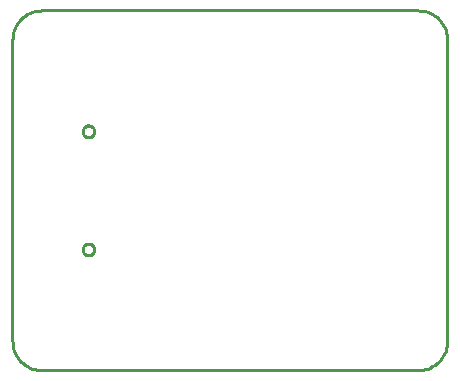
<source format=gbr>
G04 EAGLE Gerber RS-274X export*
G75*
%MOMM*%
%FSLAX34Y34*%
%LPD*%
%IN*%
%IPPOS*%
%AMOC8*
5,1,8,0,0,1.08239X$1,22.5*%
G01*
%ADD10C,0.254000*%


D10*
X0Y25400D02*
X97Y23186D01*
X386Y20989D01*
X865Y18826D01*
X1532Y16713D01*
X2380Y14666D01*
X3403Y12700D01*
X4594Y10831D01*
X5942Y9073D01*
X7440Y7440D01*
X9073Y5942D01*
X10831Y4594D01*
X12700Y3403D01*
X14666Y2380D01*
X16713Y1532D01*
X18826Y865D01*
X20989Y386D01*
X23186Y97D01*
X25400Y0D01*
X342900Y0D01*
X345114Y97D01*
X347311Y386D01*
X349474Y865D01*
X351587Y1532D01*
X353635Y2380D01*
X355600Y3403D01*
X357469Y4594D01*
X359227Y5942D01*
X360861Y7440D01*
X362358Y9073D01*
X363706Y10831D01*
X364897Y12700D01*
X365920Y14666D01*
X366768Y16713D01*
X367435Y18826D01*
X367914Y20989D01*
X368203Y23186D01*
X368300Y25400D01*
X368300Y279400D01*
X368203Y281614D01*
X367914Y283811D01*
X367435Y285974D01*
X366768Y288087D01*
X365920Y290135D01*
X364897Y292100D01*
X363706Y293969D01*
X362358Y295727D01*
X360861Y297361D01*
X359227Y298858D01*
X357469Y300206D01*
X355600Y301397D01*
X353635Y302420D01*
X351587Y303268D01*
X349474Y303935D01*
X347311Y304414D01*
X345114Y304703D01*
X342900Y304800D01*
X25400Y304800D01*
X23186Y304703D01*
X20989Y304414D01*
X18826Y303935D01*
X16713Y303268D01*
X14666Y302420D01*
X12700Y301397D01*
X10831Y300206D01*
X9073Y298858D01*
X7440Y297361D01*
X5942Y295727D01*
X4594Y293969D01*
X3403Y292100D01*
X2380Y290135D01*
X1532Y288087D01*
X865Y285974D01*
X386Y283811D01*
X97Y281614D01*
X0Y279400D01*
X0Y25400D01*
X64029Y107400D02*
X63471Y107337D01*
X62924Y107212D01*
X62394Y107027D01*
X61888Y106783D01*
X61412Y106484D01*
X60973Y106134D01*
X60576Y105737D01*
X60226Y105298D01*
X59927Y104822D01*
X59683Y104316D01*
X59498Y103786D01*
X59373Y103239D01*
X59310Y102681D01*
X59310Y102119D01*
X59373Y101561D01*
X59498Y101014D01*
X59683Y100484D01*
X59927Y99978D01*
X60226Y99502D01*
X60576Y99063D01*
X60973Y98666D01*
X61412Y98316D01*
X61888Y98017D01*
X62394Y97773D01*
X62924Y97588D01*
X63471Y97463D01*
X64029Y97400D01*
X64591Y97400D01*
X65149Y97463D01*
X65696Y97588D01*
X66226Y97773D01*
X66732Y98017D01*
X67208Y98316D01*
X67647Y98666D01*
X68044Y99063D01*
X68394Y99502D01*
X68693Y99978D01*
X68937Y100484D01*
X69122Y101014D01*
X69247Y101561D01*
X69310Y102119D01*
X69310Y102681D01*
X69247Y103239D01*
X69122Y103786D01*
X68937Y104316D01*
X68693Y104822D01*
X68394Y105298D01*
X68044Y105737D01*
X67647Y106134D01*
X67208Y106484D01*
X66732Y106783D01*
X66226Y107027D01*
X65696Y107212D01*
X65149Y107337D01*
X64591Y107400D01*
X64029Y107400D01*
X64029Y207400D02*
X63471Y207337D01*
X62924Y207212D01*
X62394Y207027D01*
X61888Y206783D01*
X61412Y206484D01*
X60973Y206134D01*
X60576Y205737D01*
X60226Y205298D01*
X59927Y204822D01*
X59683Y204316D01*
X59498Y203786D01*
X59373Y203239D01*
X59310Y202681D01*
X59310Y202119D01*
X59373Y201561D01*
X59498Y201014D01*
X59683Y200484D01*
X59927Y199978D01*
X60226Y199502D01*
X60576Y199063D01*
X60973Y198666D01*
X61412Y198316D01*
X61888Y198017D01*
X62394Y197773D01*
X62924Y197588D01*
X63471Y197463D01*
X64029Y197400D01*
X64591Y197400D01*
X65149Y197463D01*
X65696Y197588D01*
X66226Y197773D01*
X66732Y198017D01*
X67208Y198316D01*
X67647Y198666D01*
X68044Y199063D01*
X68394Y199502D01*
X68693Y199978D01*
X68937Y200484D01*
X69122Y201014D01*
X69247Y201561D01*
X69310Y202119D01*
X69310Y202681D01*
X69247Y203239D01*
X69122Y203786D01*
X68937Y204316D01*
X68693Y204822D01*
X68394Y205298D01*
X68044Y205737D01*
X67647Y206134D01*
X67208Y206484D01*
X66732Y206783D01*
X66226Y207027D01*
X65696Y207212D01*
X65149Y207337D01*
X64591Y207400D01*
X64029Y207400D01*
M02*

</source>
